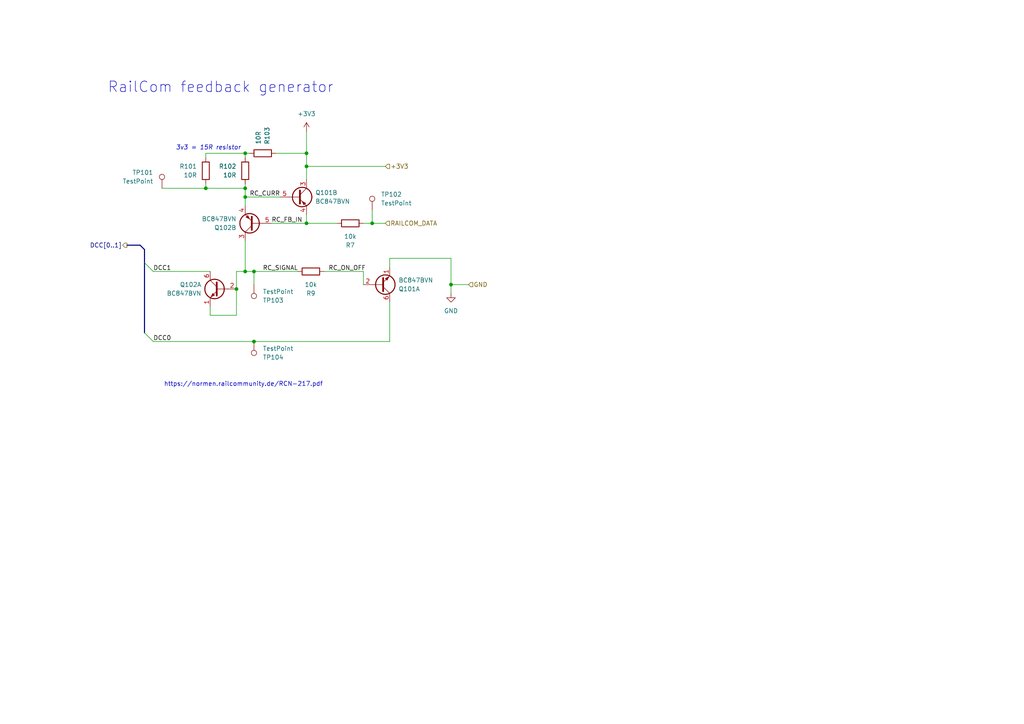
<source format=kicad_sch>
(kicad_sch (version 20231120) (generator "eeschema") (generator_version "7.99")
  (paper "A4")
  (lib_symbols
    (symbol "Connector:TestPoint" (pin_numbers hide) (pin_names (offset 0.762) hide)
      (property "Reference" "TP" (at 0 6.858 0))
      (property "Value" "TestPoint" (at 0 5.08 0))
      (symbol "TestPoint_0_1"
        (circle (center 0 3.302) (radius 0.762))
      )
      (symbol "TestPoint_1_1"
        (pin passive line (at 0 0 90) (length 2.54) (name "1") (number "1"))
      )
    )
    (symbol "Device:Q_Dual_NPN_PNP_E1B1C2E2B2C1" (pin_names (offset 0) hide)
      (property "Reference" "Q" (at 5.08 1.27 0))
      (property "Value" "Q_Dual_NPN_PNP_E1B1C2E2B2C1" (at 5.08 -1.27 0))
      (symbol "Q_Dual_NPN_PNP_E1B1C2E2B2C1_0_1"
        (polyline (pts (xy 0.635 0) (xy -2.54 0)))
        (circle (center 1.27 0) (radius 2.8194) (stroke (width 0.254)))
        (circle (center 1.27 0) (radius 2.8194) (stroke (width 0.254)))
      )
      (symbol "Q_Dual_NPN_PNP_E1B1C2E2B2C1_1_1"
        (polyline (pts (xy 0.635 0.635) (xy 2.54 2.54)))
        (polyline (pts (xy 0.635 -0.635) (xy 2.54 -2.54) (xy 2.54 -2.54)))
        (polyline (pts (xy 0.635 1.905) (xy 0.635 -1.905) (xy 0.635 -1.905)) (stroke (width 0.508)))
        (polyline (pts (xy 1.27 -1.778) (xy 1.778 -1.27) (xy 2.286 -2.286) (xy 1.27 -1.778) (xy 1.27 -1.778)) (fill (type outline)))
        (pin passive line (at 2.54 -5.08 90) (length 2.54) (name "E1") (number "1"))
        (pin input line (at -5.08 0 0) (length 2.54) (name "B1") (number "2"))
        (pin passive line (at 2.54 5.08 270) (length 2.54) (name "C1") (number "6"))
      )
      (symbol "Q_Dual_NPN_PNP_E1B1C2E2B2C1_2_1"
        (polyline (pts (xy 0.635 0.635) (xy 2.54 2.54)))
        (polyline (pts (xy 0.635 -0.635) (xy 2.54 -2.54) (xy 2.54 -2.54)))
        (polyline (pts (xy 0.635 1.905) (xy 0.635 -1.905) (xy 0.635 -1.905)) (stroke (width 0.508)))
        (polyline (pts (xy 2.286 -1.778) (xy 1.778 -2.286) (xy 1.27 -1.27) (xy 2.286 -1.778) (xy 2.286 -1.778)) (fill (type outline)))
        (pin passive line (at 2.54 5.08 270) (length 2.54) (name "C2") (number "3"))
        (pin passive line (at 2.54 -5.08 90) (length 2.54) (name "E2") (number "4"))
        (pin input line (at -5.08 0 0) (length 2.54) (name "B2") (number "5"))
      )
    )
    (symbol "Device:R" (pin_numbers hide) (pin_names (offset 0))
      (property "Reference" "R" (at 2.032 0 90))
      (property "Value" "R" (at 0 0 90))
      (symbol "R_0_1"
        (rectangle (start -1.016 -2.54) (end 1.016 2.54) (stroke (width 0.254)))
      )
      (symbol "R_1_1"
        (pin passive line (at 0 3.81 270) (length 1.27) (name "~") (number "1"))
        (pin passive line (at 0 -3.81 90) (length 1.27) (name "~") (number "2"))
      )
    )
    (symbol "power:+5V" (power) (pin_names (offset 0))
      (property "Value" "+5V" (at 0 3.556 0))
      (symbol "+5V_0_1"
        (polyline (pts (xy -0.762 1.27) (xy 0 2.54)))
        (polyline (pts (xy 0 0) (xy 0 2.54)))
        (polyline (pts (xy 0 2.54) (xy 0.762 1.27)))
      )
      (symbol "+5V_1_1"
        (pin power_in line (at 0 0 90) (length 0) hide (name "+5V") (number "1"))
      )
    )
    (symbol "power:GND" (power) (pin_names (offset 0))
      (property "Value" "GND" (at 0 -3.81 0))
      (symbol "GND_0_1"
        (polyline (pts (xy 0 0) (xy 0 -1.27) (xy 1.27 -1.27) (xy 0 -2.54) (xy -1.27 -1.27) (xy 0 -1.27)))
      )
      (symbol "GND_1_1"
        (pin power_in line (at 0 0 270) (length 0) hide (name "GND") (number "1"))
      )
    )
  )
  (junction (at 71.12 78.74))
  (junction (at 130.81 82.55))
  (junction (at 71.12 54.61))
  (junction (at 73.66 78.74))
  (junction (at 88.9 44.45))
  (junction (at 107.95 64.77))
  (junction (at 68.58 83.82))
  (junction (at 71.12 44.45))
  (junction (at 73.66 99.06))
  (junction (at 88.9 64.77))
  (junction (at 59.69 54.61))
  (junction (at 88.9 48.26))
  (junction (at 71.12 57.15))
  (bus_entry (at 41.91 96.52) (size 2.54 2.54))
  (bus_entry (at 41.91 76.2) (size 2.54 2.54))
  (bus (pts (xy 41.91 76.2) (xy 41.91 96.52)))
  (wire (pts (xy 44.45 78.74) (xy 60.96 78.74)))
  (wire (pts (xy 71.12 44.45) (xy 72.39 44.45)))
  (wire (pts (xy 88.9 64.77) (xy 88.9 62.23)))
  (wire (pts (xy 59.69 44.45) (xy 71.12 44.45)))
  (wire (pts (xy 130.81 74.93) (xy 130.81 82.55)))
  (wire (pts (xy 130.81 82.55) (xy 130.81 85.09)))
  (wire (pts (xy 44.45 99.06) (xy 73.66 99.06)))
  (wire (pts (xy 59.69 54.61) (xy 59.69 53.34)))
  (bus (pts (xy 41.91 72.39) (xy 41.91 76.2)))
  (wire (pts (xy 135.89 82.55) (xy 130.81 82.55)))
  (wire (pts (xy 68.58 78.74) (xy 68.58 83.82)))
  (wire (pts (xy 59.69 45.72) (xy 59.69 44.45)))
  (wire (pts (xy 71.12 59.69) (xy 71.12 57.15)))
  (wire (pts (xy 71.12 78.74) (xy 73.66 78.74)))
  (wire (pts (xy 71.12 45.72) (xy 71.12 44.45)))
  (wire (pts (xy 80.01 44.45) (xy 88.9 44.45)))
  (wire (pts (xy 73.66 99.06) (xy 113.03 99.06)))
  (wire (pts (xy 88.9 48.26) (xy 88.9 52.07)))
  (wire (pts (xy 73.66 78.74) (xy 73.66 82.55)))
  (wire (pts (xy 113.03 74.93) (xy 113.03 77.47)))
  (wire (pts (xy 71.12 69.85) (xy 71.12 78.74)))
  (wire (pts (xy 71.12 54.61) (xy 71.12 57.15)))
  (wire (pts (xy 73.66 78.74) (xy 86.36 78.74)))
  (wire (pts (xy 107.95 60.96) (xy 107.95 64.77)))
  (wire (pts (xy 113.03 74.93) (xy 130.81 74.93)))
  (bus (pts (xy 40.64 71.12) (xy 41.91 72.39)))
  (wire (pts (xy 60.96 91.44) (xy 60.96 88.9)))
  (wire (pts (xy 93.98 78.74) (xy 105.41 78.74)))
  (wire (pts (xy 59.69 54.61) (xy 71.12 54.61)))
  (wire (pts (xy 105.41 64.77) (xy 107.95 64.77)))
  (wire (pts (xy 88.9 48.26) (xy 111.76 48.26)))
  (wire (pts (xy 97.79 64.77) (xy 88.9 64.77)))
  (bus (pts (xy 36.83 71.12) (xy 40.64 71.12)))
  (wire (pts (xy 71.12 57.15) (xy 81.28 57.15)))
  (wire (pts (xy 113.03 99.06) (xy 113.03 87.63)))
  (wire (pts (xy 68.58 78.74) (xy 71.12 78.74)))
  (wire (pts (xy 78.74 64.77) (xy 88.9 64.77)))
  (wire (pts (xy 46.99 54.61) (xy 59.69 54.61)))
  (wire (pts (xy 88.9 38.1) (xy 88.9 44.45)))
  (wire (pts (xy 107.95 64.77) (xy 111.76 64.77)))
  (wire (pts (xy 68.58 91.44) (xy 60.96 91.44)))
  (wire (pts (xy 105.41 78.74) (xy 105.41 82.55)))
  (wire (pts (xy 68.58 83.82) (xy 68.58 91.44)))
  (wire (pts (xy 71.12 53.34) (xy 71.12 54.61)))
  (wire (pts (xy 88.9 44.45) (xy 88.9 48.26)))
  (text "https://normen.railcommunity.de/RCN-217.pdf" (at 70.612 111.506 0) (effects (font (size 1.27 1.27))))
  (text "RailCom feedback generator" (at 64.008 25.4 0) (effects (font (size 3.048 3.048))))
  (text "3v3 = 15R resistor" (at 60.452 42.926 0) (effects (font (size 1.27 1.27) (italic yes))))
  (label "DCC0" (at 44.45 99.06 0))
  (label "RC_CURR" (at 72.39 57.15 0))
  (label "RC_FB_IN" (at 78.74 64.77 0))
  (label "DCC1" (at 44.45 78.74 0))
  (label "RC_SIGNAL" (at 76.2 78.74 0))
  (label "RC_ON_OFF" (at 95.25 78.74 0))
  (hierarchical_label "DCC[0..1]" (shape output) (at 36.83 71.12 180))
  (hierarchical_label "+3V3" (shape input) (at 111.76 48.26 0))
  (hierarchical_label "RAILCOM_DATA" (shape input) (at 111.76 64.77 0))
  (hierarchical_label "GND" (shape input) (at 135.89 82.55 0))
  (symbol (lib_id "Connector:TestPoint") (at 107.95 60.96 0) (unit 1)
    (property "Reference" "TP102" (at 110.49 56.3879 0) (effects (justify left)))
    (property "Value" "TestPoint" (at 110.49 58.9279 0) (effects (justify left)))
    (property "Footprint" "TestPoint:TestPoint_Pad_D2.0mm" (effects (hide yes)))
    (property "Description" "test point" (effects (hide yes)))
  )
  (symbol (lib_id "Connector:TestPoint") (at 46.99 54.61 0) (mirror y) (unit 1)
    (property "Reference" "TP101" (at 44.45 50.0379 0) (effects (justify left)))
    (property "Value" "TestPoint" (at 44.45 52.5779 0) (effects (justify left)))
    (property "Footprint" "TestPoint:TestPoint_Pad_D2.0mm" (effects (hide yes)))
    (property "Description" "test point" (effects (hide yes)))
  )
  (symbol (lib_id "Device:Q_Dual_NPN_PNP_E1B1C2E2B2C1") (at 73.66 64.77 180) (unit 2)
    (property "Reference" "Q102" (at 68.58 66.0401 0) (effects (justify left)))
    (property "Value" "BC847BVN" (at 68.58 63.5001 0) (effects (justify left)))
    (property "Footprint" "Package_TO_SOT_SMD:SOT-563" (effects (hide yes)))
    (property "Description" "Dual NPN/PNP transistor, 6 pin package" (effects (hide yes)))
  )
  (symbol (lib_id "power:GND") (at 130.81 85.09 0) (unit 1)
    (property "Reference" "#PWR0101" (effects (hide yes)))
    (property "Value" "GND" (at 130.81 90.17 0))
    (property "Description" "Power symbol creates a global label with name \"GND\" , ground" (effects (hide yes)))
  )
  (symbol (lib_id "Device:Q_Dual_NPN_PNP_E1B1C2E2B2C1") (at 63.5 83.82 0) (mirror y) (unit 1)
    (property "Reference" "Q102" (at 58.42 82.5499 0) (effects (justify left)))
    (property "Value" "BC847BVN" (at 58.42 85.0899 0) (effects (justify left)))
    (property "Footprint" "Package_TO_SOT_SMD:SOT-563" (effects (hide yes)))
    (property "Description" "Dual NPN/PNP transistor, 6 pin package" (effects (hide yes)))
  )
  (symbol (lib_id "Device:Q_Dual_NPN_PNP_E1B1C2E2B2C1") (at 86.36 57.15 0) (unit 2)
    (property "Reference" "Q101" (at 91.44 55.8799 0) (effects (justify left)))
    (property "Value" "BC847BVN" (at 91.44 58.4199 0) (effects (justify left)))
    (property "Footprint" "Package_TO_SOT_SMD:SOT-563" (effects (hide yes)))
    (property "Description" "Dual NPN/PNP transistor, 6 pin package" (effects (hide yes)))
  )
  (symbol (lib_id "Device:R") (at 71.12 49.53 0) (mirror x) (unit 1)
    (property "Reference" "R102" (at 68.58 48.26 0) (effects (justify right)))
    (property "Value" "10R" (at 68.58 50.8 0) (effects (justify right)))
    (property "Footprint" "Resistor_SMD:R_0805_2012Metric_Pad1.20x1.40mm_HandSolder" (effects (hide yes)))
    (property "Description" "Resistor" (effects (hide yes)))
    (property "LCSC" "C22950" (effects (hide yes)))
  )
  (symbol (lib_id "Device:R") (at 76.2 44.45 90) (mirror x) (unit 1)
    (property "Reference" "R103" (at 77.47 41.91 0) (effects (justify right)))
    (property "Value" "10R" (at 74.93 41.91 0) (effects (justify right)))
    (property "Footprint" "Resistor_SMD:R_0805_2012Metric_Pad1.20x1.40mm_HandSolder" (effects (hide yes)))
    (property "Description" "Resistor" (effects (hide yes)))
    (property "LCSC" "C22950" (effects (hide yes)))
  )
  (symbol (lib_id "Device:R") (at 101.6 64.77 90) (mirror x) (unit 1)
    (property "Reference" "R7" (at 101.6 71.12 90))
    (property "Value" "10k" (at 101.6 68.58 90))
    (property "Footprint" "Resistor_SMD:R_0805_2012Metric_Pad1.20x1.40mm_HandSolder" (effects (hide yes)))
    (property "Description" "Resistor" (effects (hide yes)))
    (property "LCSC" "C25744" (effects (hide yes)))
  )
  (symbol (lib_id "Connector:TestPoint") (at 73.66 99.06 0) (mirror x) (unit 1)
    (property "Reference" "TP104" (at 76.2 103.6321 0) (effects (justify left)))
    (property "Value" "TestPoint" (at 76.2 101.0921 0) (effects (justify left)))
    (property "Footprint" "TestPoint:TestPoint_Pad_D2.0mm" (effects (hide yes)))
    (property "Description" "test point" (effects (hide yes)))
  )
  (symbol (lib_id "Connector:TestPoint") (at 73.66 82.55 0) (mirror x) (unit 1)
    (property "Reference" "TP103" (at 76.2 87.1221 0) (effects (justify left)))
    (property "Value" "TestPoint" (at 76.2 84.5821 0) (effects (justify left)))
    (property "Footprint" "TestPoint:TestPoint_Pad_D2.0mm" (effects (hide yes)))
    (property "Description" "test point" (effects (hide yes)))
  )
  (symbol (lib_id "power:+5V") (at 88.9 38.1 0) (unit 1)
    (property "Reference" "#PWR04" (effects (hide yes)))
    (property "Value" "+3V3" (at 88.9 33.02 0))
    (property "Description" "Power symbol creates a global label with name \"+5V\"" (effects (hide yes)))
  )
  (symbol (lib_id "Device:R") (at 90.17 78.74 90) (mirror x) (unit 1)
    (property "Reference" "R9" (at 90.17 85.09 90))
    (property "Value" "10k" (at 90.17 82.55 90))
    (property "Footprint" "Resistor_SMD:R_0805_2012Metric_Pad1.20x1.40mm_HandSolder" (effects (hide yes)))
    (property "Description" "Resistor" (effects (hide yes)))
    (property "LCSC" "C25744" (effects (hide yes)))
  )
  (symbol (lib_id "Device:Q_Dual_NPN_PNP_E1B1C2E2B2C1") (at 110.49 82.55 0) (mirror x) (unit 1)
    (property "Reference" "Q101" (at 115.57 83.8201 0) (effects (justify left)))
    (property "Value" "BC847BVN" (at 115.57 81.2801 0) (effects (justify left)))
    (property "Footprint" "Package_TO_SOT_SMD:SOT-563" (effects (hide yes)))
    (property "Description" "Dual NPN/PNP transistor, 6 pin package" (effects (hide yes)))
  )
  (symbol (lib_id "Device:R") (at 59.69 49.53 0) (mirror x) (unit 1)
    (property "Reference" "R101" (at 57.15 48.26 0) (effects (justify right)))
    (property "Value" "10R" (at 57.15 50.8 0) (effects (justify right)))
    (property "Footprint" "Resistor_SMD:R_0805_2012Metric_Pad1.20x1.40mm_HandSolder" (effects (hide yes)))
    (property "Description" "Resistor" (effects (hide yes)))
    (property "LCSC" "C22950" (effects (hide yes)))
  )
)
</source>
